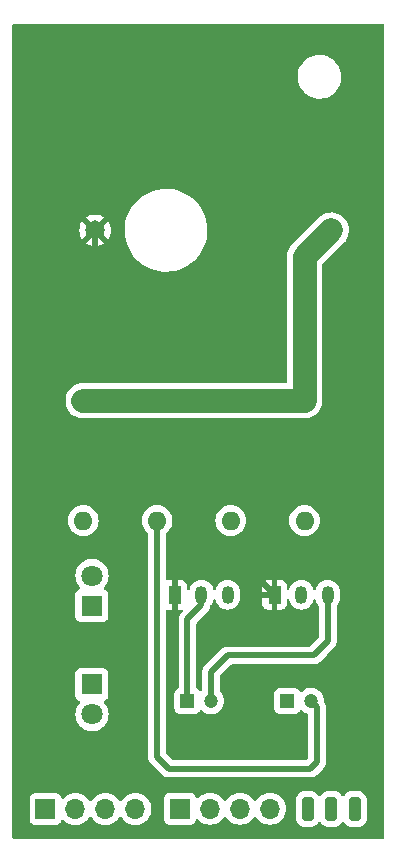
<source format=gbr>
%TF.GenerationSoftware,KiCad,Pcbnew,7.0.7*%
%TF.CreationDate,2024-04-14T11:19:25+09:00*%
%TF.ProjectId,PCB_AstMul,5043425f-4173-4744-9d75-6c2e6b696361,rev?*%
%TF.SameCoordinates,Original*%
%TF.FileFunction,Copper,L1,Top*%
%TF.FilePolarity,Positive*%
%FSLAX46Y46*%
G04 Gerber Fmt 4.6, Leading zero omitted, Abs format (unit mm)*
G04 Created by KiCad (PCBNEW 7.0.7) date 2024-04-14 11:19:25*
%MOMM*%
%LPD*%
G01*
G04 APERTURE LIST*
G04 Aperture macros list*
%AMRoundRect*
0 Rectangle with rounded corners*
0 $1 Rounding radius*
0 $2 $3 $4 $5 $6 $7 $8 $9 X,Y pos of 4 corners*
0 Add a 4 corners polygon primitive as box body*
4,1,4,$2,$3,$4,$5,$6,$7,$8,$9,$2,$3,0*
0 Add four circle primitives for the rounded corners*
1,1,$1+$1,$2,$3*
1,1,$1+$1,$4,$5*
1,1,$1+$1,$6,$7*
1,1,$1+$1,$8,$9*
0 Add four rect primitives between the rounded corners*
20,1,$1+$1,$2,$3,$4,$5,0*
20,1,$1+$1,$4,$5,$6,$7,0*
20,1,$1+$1,$6,$7,$8,$9,0*
20,1,$1+$1,$8,$9,$2,$3,0*%
G04 Aperture macros list end*
%TA.AperFunction,SMDPad,CuDef*%
%ADD10RoundRect,0.250000X0.250000X0.750000X-0.250000X0.750000X-0.250000X-0.750000X0.250000X-0.750000X0*%
%TD*%
%TA.AperFunction,ComponentPad*%
%ADD11R,1.050000X1.500000*%
%TD*%
%TA.AperFunction,ComponentPad*%
%ADD12O,1.050000X1.500000*%
%TD*%
%TA.AperFunction,ComponentPad*%
%ADD13R,1.800000X1.800000*%
%TD*%
%TA.AperFunction,ComponentPad*%
%ADD14C,1.800000*%
%TD*%
%TA.AperFunction,ComponentPad*%
%ADD15C,1.600000*%
%TD*%
%TA.AperFunction,ComponentPad*%
%ADD16O,1.600000X1.600000*%
%TD*%
%TA.AperFunction,ComponentPad*%
%ADD17R,1.200000X1.200000*%
%TD*%
%TA.AperFunction,ComponentPad*%
%ADD18C,1.200000*%
%TD*%
%TA.AperFunction,ComponentPad*%
%ADD19C,1.650000*%
%TD*%
%TA.AperFunction,ComponentPad*%
%ADD20R,1.700000X1.700000*%
%TD*%
%TA.AperFunction,ComponentPad*%
%ADD21O,1.700000X1.700000*%
%TD*%
%TA.AperFunction,ViaPad*%
%ADD22C,0.800000*%
%TD*%
%TA.AperFunction,ViaPad*%
%ADD23C,5.000000*%
%TD*%
%TA.AperFunction,Conductor*%
%ADD24C,2.000000*%
%TD*%
%TA.AperFunction,Conductor*%
%ADD25C,0.500000*%
%TD*%
G04 APERTURE END LIST*
D10*
%TO.P,REF\u002A\u002A,1*%
%TO.N,N/C*%
X76500000Y-86500000D03*
%TD*%
D11*
%TO.P,Q2,1,E*%
%TO.N,GND*%
X71691250Y-68360000D03*
D12*
%TO.P,Q2,2,C*%
%TO.N,Net-(D2-K)*%
X73961250Y-68360000D03*
%TO.P,Q2,3,B*%
%TO.N,Net-(Q2-B)*%
X76191250Y-68360000D03*
%TD*%
D10*
%TO.P,REF\u002A\u002A,1*%
%TO.N,N/C*%
X74500000Y-86500000D03*
%TD*%
D13*
%TO.P,D1,1,K*%
%TO.N,Net-(D1-K)*%
X56231250Y-75955000D03*
D14*
%TO.P,D1,2,A*%
%TO.N,Net-(D1-A)*%
X56231250Y-78495000D03*
%TD*%
D10*
%TO.P,REF\u002A\u002A,1*%
%TO.N,N/C*%
X78500000Y-86500000D03*
%TD*%
D15*
%TO.P,R1,1*%
%TO.N,+3V0*%
X74231250Y-51920000D03*
D16*
%TO.P,R1,2*%
%TO.N,Net-(D1-A)*%
X74231250Y-62080000D03*
%TD*%
D11*
%TO.P,Q1,1,E*%
%TO.N,GND*%
X63231250Y-68360000D03*
D12*
%TO.P,Q1,2,C*%
%TO.N,Net-(D1-K)*%
X65501250Y-68360000D03*
%TO.P,Q1,3,B*%
%TO.N,Net-(Q1-B)*%
X67731250Y-68360000D03*
%TD*%
D15*
%TO.P,R3,1*%
%TO.N,+3V0*%
X61743750Y-51920000D03*
D16*
%TO.P,R3,2*%
%TO.N,Net-(Q1-B)*%
X61743750Y-62080000D03*
%TD*%
D17*
%TO.P,C2,1*%
%TO.N,Net-(D2-K)*%
X72778871Y-77360000D03*
D18*
%TO.P,C2,2*%
%TO.N,Net-(Q1-B)*%
X74778871Y-77360000D03*
%TD*%
D19*
%TO.P,U1,1,1*%
%TO.N,GND*%
X56500000Y-37500000D03*
%TO.P,U1,2,2*%
%TO.N,+3V0*%
X76500000Y-37500000D03*
%TD*%
D13*
%TO.P,D2,1,K*%
%TO.N,Net-(D2-K)*%
X56231250Y-69275000D03*
D14*
%TO.P,D2,2,A*%
%TO.N,Net-(D2-A)*%
X56231250Y-66735000D03*
%TD*%
D17*
%TO.P,C1,1*%
%TO.N,Net-(D1-K)*%
X64318871Y-77360000D03*
D18*
%TO.P,C1,2*%
%TO.N,Net-(Q2-B)*%
X66318871Y-77360000D03*
%TD*%
D15*
%TO.P,R2,1*%
%TO.N,+3V0*%
X67987500Y-51920000D03*
D16*
%TO.P,R2,2*%
%TO.N,Net-(Q2-B)*%
X67987500Y-62080000D03*
%TD*%
D20*
%TO.P,REF\u002A\u002A,1*%
%TO.N,N/C*%
X63700000Y-86475000D03*
D21*
%TO.P,REF\u002A\u002A,2*%
X66240000Y-86475000D03*
%TO.P,REF\u002A\u002A,3*%
X68780000Y-86475000D03*
%TO.P,REF\u002A\u002A,4*%
X71320000Y-86475000D03*
%TD*%
D20*
%TO.P,REF\u002A\u002A,1*%
%TO.N,N/C*%
X52300000Y-86500000D03*
D21*
%TO.P,REF\u002A\u002A,2*%
X54840000Y-86500000D03*
%TO.P,REF\u002A\u002A,3*%
X57380000Y-86500000D03*
%TO.P,REF\u002A\u002A,4*%
X59920000Y-86500000D03*
%TD*%
D15*
%TO.P,R4,1*%
%TO.N,+3V0*%
X55500000Y-51920000D03*
D16*
%TO.P,R4,2*%
%TO.N,Net-(D2-A)*%
X55500000Y-62080000D03*
%TD*%
D22*
%TO.N,GND*%
X64500000Y-60500000D03*
X64500000Y-48500000D03*
D23*
X62500000Y-30000000D03*
%TD*%
D24*
%TO.N,+3V0*%
X74231250Y-39768750D02*
X76500000Y-37500000D01*
X74231250Y-51920000D02*
X74231250Y-39768750D01*
X55500000Y-51920000D02*
X74231250Y-51920000D01*
D25*
%TO.N,GND*%
X64500000Y-65500000D02*
X64500000Y-66268750D01*
X58000000Y-47500000D02*
X63500000Y-47500000D01*
X64500000Y-65500000D02*
X63231250Y-66768750D01*
X64500000Y-66268750D02*
X64731250Y-66500000D01*
X56500000Y-37500000D02*
X56500000Y-46000000D01*
X69831250Y-66500000D02*
X71691250Y-68360000D01*
X64731250Y-66500000D02*
X69831250Y-66500000D01*
X56500000Y-46000000D02*
X58000000Y-47500000D01*
X64500000Y-60500000D02*
X64500000Y-65500000D01*
X63500000Y-47500000D02*
X64500000Y-48500000D01*
X63231250Y-66768750D02*
X63231250Y-68360000D01*
%TO.N,Net-(D1-K)*%
X65501250Y-68360000D02*
X65501250Y-69265000D01*
X64318871Y-70447379D02*
X64318871Y-77360000D01*
X65501250Y-69265000D02*
X64318871Y-70447379D01*
%TO.N,Net-(Q1-B)*%
X61743750Y-62080000D02*
X61743750Y-82000000D01*
X75278871Y-77860000D02*
X74778871Y-77360000D01*
X62731250Y-83080000D02*
X74731250Y-83080000D01*
X61743750Y-82092500D02*
X62731250Y-83080000D01*
X75278871Y-82532379D02*
X75278871Y-77860000D01*
X74731250Y-83080000D02*
X75278871Y-82532379D01*
%TO.N,Net-(Q2-B)*%
X75000000Y-73500000D02*
X76191250Y-72308750D01*
X76191250Y-72308750D02*
X76191250Y-68360000D01*
X66318871Y-77360000D02*
X66318871Y-74912379D01*
X66318871Y-74912379D02*
X67731250Y-73500000D01*
X67731250Y-73500000D02*
X75000000Y-73500000D01*
%TD*%
%TA.AperFunction,Conductor*%
%TO.N,GND*%
G36*
X80942539Y-20020185D02*
G01*
X80988294Y-20072989D01*
X80999500Y-20124500D01*
X80999500Y-88875500D01*
X80979815Y-88942539D01*
X80927011Y-88988294D01*
X80875500Y-88999500D01*
X49624500Y-88999500D01*
X49557461Y-88979815D01*
X49511706Y-88927011D01*
X49500500Y-88875500D01*
X49500500Y-87397870D01*
X50949500Y-87397870D01*
X50949501Y-87397876D01*
X50955908Y-87457483D01*
X51006202Y-87592328D01*
X51006206Y-87592335D01*
X51092452Y-87707544D01*
X51092455Y-87707547D01*
X51207664Y-87793793D01*
X51207671Y-87793797D01*
X51342517Y-87844091D01*
X51342516Y-87844091D01*
X51349444Y-87844835D01*
X51402127Y-87850500D01*
X53197872Y-87850499D01*
X53257483Y-87844091D01*
X53392331Y-87793796D01*
X53507546Y-87707546D01*
X53593796Y-87592331D01*
X53642810Y-87460916D01*
X53684681Y-87404984D01*
X53750145Y-87380566D01*
X53818418Y-87395417D01*
X53846673Y-87416569D01*
X53968599Y-87538495D01*
X54063082Y-87604653D01*
X54162165Y-87674032D01*
X54162167Y-87674033D01*
X54162170Y-87674035D01*
X54376337Y-87773903D01*
X54604592Y-87835063D01*
X54781034Y-87850500D01*
X54839999Y-87855659D01*
X54840000Y-87855659D01*
X54840001Y-87855659D01*
X54898966Y-87850500D01*
X55075408Y-87835063D01*
X55303663Y-87773903D01*
X55517830Y-87674035D01*
X55711401Y-87538495D01*
X55878495Y-87371401D01*
X56008424Y-87185842D01*
X56063002Y-87142217D01*
X56132500Y-87135023D01*
X56194855Y-87166546D01*
X56211575Y-87185842D01*
X56341500Y-87371395D01*
X56341505Y-87371401D01*
X56508599Y-87538495D01*
X56603082Y-87604653D01*
X56702165Y-87674032D01*
X56702167Y-87674033D01*
X56702170Y-87674035D01*
X56916337Y-87773903D01*
X57144592Y-87835063D01*
X57321034Y-87850500D01*
X57379999Y-87855659D01*
X57380000Y-87855659D01*
X57380001Y-87855659D01*
X57438966Y-87850500D01*
X57615408Y-87835063D01*
X57843663Y-87773903D01*
X58057830Y-87674035D01*
X58251401Y-87538495D01*
X58418495Y-87371401D01*
X58548424Y-87185842D01*
X58603002Y-87142217D01*
X58672500Y-87135023D01*
X58734855Y-87166546D01*
X58751575Y-87185842D01*
X58881500Y-87371395D01*
X58881505Y-87371401D01*
X59048599Y-87538495D01*
X59143082Y-87604653D01*
X59242165Y-87674032D01*
X59242167Y-87674033D01*
X59242170Y-87674035D01*
X59456337Y-87773903D01*
X59684592Y-87835063D01*
X59861034Y-87850500D01*
X59919999Y-87855659D01*
X59920000Y-87855659D01*
X59920001Y-87855659D01*
X59978966Y-87850500D01*
X60155408Y-87835063D01*
X60383663Y-87773903D01*
X60597830Y-87674035D01*
X60791401Y-87538495D01*
X60957026Y-87372870D01*
X62349500Y-87372870D01*
X62349501Y-87372876D01*
X62355908Y-87432483D01*
X62406202Y-87567328D01*
X62406206Y-87567335D01*
X62492452Y-87682544D01*
X62492455Y-87682547D01*
X62607664Y-87768793D01*
X62607671Y-87768797D01*
X62742517Y-87819091D01*
X62742516Y-87819091D01*
X62749444Y-87819835D01*
X62802127Y-87825500D01*
X64597872Y-87825499D01*
X64657483Y-87819091D01*
X64792331Y-87768796D01*
X64907546Y-87682546D01*
X64993796Y-87567331D01*
X65042810Y-87435916D01*
X65084681Y-87379984D01*
X65150145Y-87355566D01*
X65218418Y-87370417D01*
X65246672Y-87391568D01*
X65368599Y-87513495D01*
X65448341Y-87569331D01*
X65562165Y-87649032D01*
X65562167Y-87649033D01*
X65562170Y-87649035D01*
X65776337Y-87748903D01*
X66004592Y-87810063D01*
X66181034Y-87825500D01*
X66239999Y-87830659D01*
X66240000Y-87830659D01*
X66240001Y-87830659D01*
X66298966Y-87825500D01*
X66475408Y-87810063D01*
X66703663Y-87748903D01*
X66917830Y-87649035D01*
X67111401Y-87513495D01*
X67278495Y-87346401D01*
X67408424Y-87160842D01*
X67463002Y-87117217D01*
X67532500Y-87110023D01*
X67594855Y-87141546D01*
X67611575Y-87160842D01*
X67741500Y-87346395D01*
X67741505Y-87346401D01*
X67908599Y-87513495D01*
X67988341Y-87569331D01*
X68102165Y-87649032D01*
X68102167Y-87649033D01*
X68102170Y-87649035D01*
X68316337Y-87748903D01*
X68544592Y-87810063D01*
X68721034Y-87825500D01*
X68779999Y-87830659D01*
X68780000Y-87830659D01*
X68780001Y-87830659D01*
X68838966Y-87825500D01*
X69015408Y-87810063D01*
X69243663Y-87748903D01*
X69457830Y-87649035D01*
X69651401Y-87513495D01*
X69818495Y-87346401D01*
X69948424Y-87160842D01*
X70003002Y-87117217D01*
X70072500Y-87110023D01*
X70134855Y-87141546D01*
X70151575Y-87160842D01*
X70281500Y-87346395D01*
X70281505Y-87346401D01*
X70448599Y-87513495D01*
X70528341Y-87569331D01*
X70642165Y-87649032D01*
X70642167Y-87649033D01*
X70642170Y-87649035D01*
X70856337Y-87748903D01*
X71084592Y-87810063D01*
X71261034Y-87825500D01*
X71319999Y-87830659D01*
X71320000Y-87830659D01*
X71320001Y-87830659D01*
X71378966Y-87825500D01*
X71555408Y-87810063D01*
X71783663Y-87748903D01*
X71997830Y-87649035D01*
X72191401Y-87513495D01*
X72358495Y-87346401D01*
X72390985Y-87300001D01*
X73499500Y-87300001D01*
X73499501Y-87300018D01*
X73510000Y-87402796D01*
X73510001Y-87402799D01*
X73565185Y-87569331D01*
X73565187Y-87569336D01*
X73579373Y-87592335D01*
X73657288Y-87718656D01*
X73781344Y-87842712D01*
X73930666Y-87934814D01*
X74097203Y-87989999D01*
X74199991Y-88000500D01*
X74800008Y-88000499D01*
X74800016Y-88000498D01*
X74800019Y-88000498D01*
X74856302Y-87994748D01*
X74902797Y-87989999D01*
X75069334Y-87934814D01*
X75218656Y-87842712D01*
X75342712Y-87718656D01*
X75394461Y-87634756D01*
X75446409Y-87588032D01*
X75515371Y-87576809D01*
X75579454Y-87604653D01*
X75605538Y-87634756D01*
X75657288Y-87718656D01*
X75781344Y-87842712D01*
X75930666Y-87934814D01*
X76097203Y-87989999D01*
X76199991Y-88000500D01*
X76800008Y-88000499D01*
X76800016Y-88000498D01*
X76800019Y-88000498D01*
X76856302Y-87994748D01*
X76902797Y-87989999D01*
X77069334Y-87934814D01*
X77218656Y-87842712D01*
X77342712Y-87718656D01*
X77394461Y-87634756D01*
X77446409Y-87588032D01*
X77515371Y-87576809D01*
X77579454Y-87604653D01*
X77605538Y-87634756D01*
X77657288Y-87718656D01*
X77781344Y-87842712D01*
X77930666Y-87934814D01*
X78097203Y-87989999D01*
X78199991Y-88000500D01*
X78800008Y-88000499D01*
X78800016Y-88000498D01*
X78800019Y-88000498D01*
X78856302Y-87994748D01*
X78902797Y-87989999D01*
X79069334Y-87934814D01*
X79218656Y-87842712D01*
X79342712Y-87718656D01*
X79434814Y-87569334D01*
X79489999Y-87402797D01*
X79500500Y-87300009D01*
X79500499Y-85699992D01*
X79492012Y-85616914D01*
X79489999Y-85597203D01*
X79489998Y-85597200D01*
X79470739Y-85539081D01*
X79434814Y-85430666D01*
X79342712Y-85281344D01*
X79218656Y-85157288D01*
X79069334Y-85065186D01*
X78902797Y-85010001D01*
X78902795Y-85010000D01*
X78800010Y-84999500D01*
X78199998Y-84999500D01*
X78199980Y-84999501D01*
X78097203Y-85010000D01*
X78097200Y-85010001D01*
X77930668Y-85065185D01*
X77930663Y-85065187D01*
X77781342Y-85157289D01*
X77657289Y-85281342D01*
X77605539Y-85365243D01*
X77553591Y-85411967D01*
X77484628Y-85423190D01*
X77420546Y-85395346D01*
X77394461Y-85365243D01*
X77342712Y-85281344D01*
X77218656Y-85157288D01*
X77069334Y-85065186D01*
X76902797Y-85010001D01*
X76902795Y-85010000D01*
X76800010Y-84999500D01*
X76199998Y-84999500D01*
X76199980Y-84999501D01*
X76097203Y-85010000D01*
X76097200Y-85010001D01*
X75930668Y-85065185D01*
X75930663Y-85065187D01*
X75781342Y-85157289D01*
X75657289Y-85281342D01*
X75605539Y-85365243D01*
X75553591Y-85411967D01*
X75484628Y-85423190D01*
X75420546Y-85395346D01*
X75394461Y-85365243D01*
X75342712Y-85281344D01*
X75218656Y-85157288D01*
X75069334Y-85065186D01*
X74902797Y-85010001D01*
X74902795Y-85010000D01*
X74800010Y-84999500D01*
X74199998Y-84999500D01*
X74199980Y-84999501D01*
X74097203Y-85010000D01*
X74097200Y-85010001D01*
X73930668Y-85065185D01*
X73930663Y-85065187D01*
X73781342Y-85157289D01*
X73657289Y-85281342D01*
X73565187Y-85430663D01*
X73565185Y-85430668D01*
X73537545Y-85514081D01*
X73510001Y-85597203D01*
X73510001Y-85597204D01*
X73510000Y-85597204D01*
X73499500Y-85699983D01*
X73499500Y-87300001D01*
X72390985Y-87300001D01*
X72494035Y-87152830D01*
X72593903Y-86938663D01*
X72655063Y-86710408D01*
X72675659Y-86475000D01*
X72655063Y-86239592D01*
X72593903Y-86011337D01*
X72494035Y-85797171D01*
X72488425Y-85789158D01*
X72358494Y-85603597D01*
X72191402Y-85436506D01*
X72191395Y-85436501D01*
X71997834Y-85300967D01*
X71997830Y-85300965D01*
X71955748Y-85281342D01*
X71783663Y-85201097D01*
X71783659Y-85201096D01*
X71783655Y-85201094D01*
X71555413Y-85139938D01*
X71555403Y-85139936D01*
X71320001Y-85119341D01*
X71319999Y-85119341D01*
X71084596Y-85139936D01*
X71084586Y-85139938D01*
X70856344Y-85201094D01*
X70856335Y-85201098D01*
X70642171Y-85300964D01*
X70642169Y-85300965D01*
X70448597Y-85436505D01*
X70281505Y-85603597D01*
X70151575Y-85789158D01*
X70096998Y-85832783D01*
X70027500Y-85839977D01*
X69965145Y-85808454D01*
X69948425Y-85789158D01*
X69818494Y-85603597D01*
X69651402Y-85436506D01*
X69651395Y-85436501D01*
X69457834Y-85300967D01*
X69457830Y-85300965D01*
X69415748Y-85281342D01*
X69243663Y-85201097D01*
X69243659Y-85201096D01*
X69243655Y-85201094D01*
X69015413Y-85139938D01*
X69015403Y-85139936D01*
X68780001Y-85119341D01*
X68779999Y-85119341D01*
X68544596Y-85139936D01*
X68544586Y-85139938D01*
X68316344Y-85201094D01*
X68316335Y-85201098D01*
X68102171Y-85300964D01*
X68102169Y-85300965D01*
X67908597Y-85436505D01*
X67741505Y-85603597D01*
X67611575Y-85789158D01*
X67556998Y-85832783D01*
X67487500Y-85839977D01*
X67425145Y-85808454D01*
X67408425Y-85789158D01*
X67278494Y-85603597D01*
X67111402Y-85436506D01*
X67111395Y-85436501D01*
X66917834Y-85300967D01*
X66917830Y-85300965D01*
X66875748Y-85281342D01*
X66703663Y-85201097D01*
X66703659Y-85201096D01*
X66703655Y-85201094D01*
X66475413Y-85139938D01*
X66475403Y-85139936D01*
X66240001Y-85119341D01*
X66239999Y-85119341D01*
X66004596Y-85139936D01*
X66004586Y-85139938D01*
X65776344Y-85201094D01*
X65776335Y-85201098D01*
X65562171Y-85300964D01*
X65562169Y-85300965D01*
X65368600Y-85436503D01*
X65246673Y-85558430D01*
X65185350Y-85591914D01*
X65115658Y-85586930D01*
X65059725Y-85545058D01*
X65042810Y-85514081D01*
X64993797Y-85382671D01*
X64993793Y-85382664D01*
X64907547Y-85267455D01*
X64907544Y-85267452D01*
X64792335Y-85181206D01*
X64792328Y-85181202D01*
X64657482Y-85130908D01*
X64657483Y-85130908D01*
X64597883Y-85124501D01*
X64597881Y-85124500D01*
X64597873Y-85124500D01*
X64597864Y-85124500D01*
X62802129Y-85124500D01*
X62802123Y-85124501D01*
X62742516Y-85130908D01*
X62607671Y-85181202D01*
X62607664Y-85181206D01*
X62492455Y-85267452D01*
X62492452Y-85267455D01*
X62406206Y-85382664D01*
X62406202Y-85382671D01*
X62355908Y-85517517D01*
X62349501Y-85577116D01*
X62349500Y-85577135D01*
X62349500Y-87372870D01*
X60957026Y-87372870D01*
X60958495Y-87371401D01*
X61094035Y-87177830D01*
X61193903Y-86963663D01*
X61255063Y-86735408D01*
X61275659Y-86500000D01*
X61255063Y-86264592D01*
X61193903Y-86036337D01*
X61094035Y-85822171D01*
X61088425Y-85814158D01*
X60958494Y-85628597D01*
X60791402Y-85461506D01*
X60791395Y-85461501D01*
X60597834Y-85325967D01*
X60597830Y-85325965D01*
X60597828Y-85325964D01*
X60383663Y-85226097D01*
X60383659Y-85226096D01*
X60383655Y-85226094D01*
X60155413Y-85164938D01*
X60155403Y-85164936D01*
X59920001Y-85144341D01*
X59919999Y-85144341D01*
X59684596Y-85164936D01*
X59684586Y-85164938D01*
X59456344Y-85226094D01*
X59456335Y-85226098D01*
X59242171Y-85325964D01*
X59242169Y-85325965D01*
X59048597Y-85461505D01*
X58881508Y-85628594D01*
X58751574Y-85814160D01*
X58696997Y-85857784D01*
X58627498Y-85864977D01*
X58565144Y-85833455D01*
X58548429Y-85814164D01*
X58418495Y-85628599D01*
X58418493Y-85628596D01*
X58251402Y-85461506D01*
X58251395Y-85461501D01*
X58057834Y-85325967D01*
X58057830Y-85325965D01*
X58057828Y-85325964D01*
X57843663Y-85226097D01*
X57843659Y-85226096D01*
X57843655Y-85226094D01*
X57615413Y-85164938D01*
X57615403Y-85164936D01*
X57380001Y-85144341D01*
X57379999Y-85144341D01*
X57144596Y-85164936D01*
X57144586Y-85164938D01*
X56916344Y-85226094D01*
X56916335Y-85226098D01*
X56702171Y-85325964D01*
X56702169Y-85325965D01*
X56508597Y-85461505D01*
X56341505Y-85628597D01*
X56211575Y-85814158D01*
X56156998Y-85857783D01*
X56087500Y-85864977D01*
X56025145Y-85833454D01*
X56008425Y-85814158D01*
X55878494Y-85628597D01*
X55711402Y-85461506D01*
X55711395Y-85461501D01*
X55517834Y-85325967D01*
X55517830Y-85325965D01*
X55517828Y-85325964D01*
X55303663Y-85226097D01*
X55303659Y-85226096D01*
X55303655Y-85226094D01*
X55075413Y-85164938D01*
X55075403Y-85164936D01*
X54840001Y-85144341D01*
X54839999Y-85144341D01*
X54604596Y-85164936D01*
X54604586Y-85164938D01*
X54376344Y-85226094D01*
X54376335Y-85226098D01*
X54162171Y-85325964D01*
X54162169Y-85325965D01*
X53968600Y-85461503D01*
X53846673Y-85583430D01*
X53785350Y-85616914D01*
X53715658Y-85611930D01*
X53659725Y-85570058D01*
X53642810Y-85539081D01*
X53593797Y-85407671D01*
X53593793Y-85407664D01*
X53507547Y-85292455D01*
X53507544Y-85292452D01*
X53392335Y-85206206D01*
X53392328Y-85206202D01*
X53257482Y-85155908D01*
X53257483Y-85155908D01*
X53197883Y-85149501D01*
X53197881Y-85149500D01*
X53197873Y-85149500D01*
X53197864Y-85149500D01*
X51402129Y-85149500D01*
X51402123Y-85149501D01*
X51342516Y-85155908D01*
X51207671Y-85206202D01*
X51207664Y-85206206D01*
X51092455Y-85292452D01*
X51092452Y-85292455D01*
X51006206Y-85407664D01*
X51006202Y-85407671D01*
X50955908Y-85542517D01*
X50949501Y-85602116D01*
X50949500Y-85602135D01*
X50949500Y-87397870D01*
X49500500Y-87397870D01*
X49500500Y-78495006D01*
X54825950Y-78495006D01*
X54845114Y-78726297D01*
X54845116Y-78726308D01*
X54902092Y-78951300D01*
X54995325Y-79163848D01*
X55122266Y-79358147D01*
X55122269Y-79358151D01*
X55122271Y-79358153D01*
X55279466Y-79528913D01*
X55279469Y-79528915D01*
X55279472Y-79528918D01*
X55462615Y-79671464D01*
X55462621Y-79671468D01*
X55462624Y-79671470D01*
X55666747Y-79781936D01*
X55780737Y-79821068D01*
X55886265Y-79857297D01*
X55886267Y-79857297D01*
X55886269Y-79857298D01*
X56115201Y-79895500D01*
X56115202Y-79895500D01*
X56347298Y-79895500D01*
X56347299Y-79895500D01*
X56576231Y-79857298D01*
X56795753Y-79781936D01*
X56999876Y-79671470D01*
X57183034Y-79528913D01*
X57340229Y-79358153D01*
X57467174Y-79163849D01*
X57560407Y-78951300D01*
X57617384Y-78726305D01*
X57636550Y-78495000D01*
X57636550Y-78494993D01*
X57617385Y-78263702D01*
X57617383Y-78263691D01*
X57560407Y-78038699D01*
X57467174Y-77826151D01*
X57340233Y-77631852D01*
X57340230Y-77631849D01*
X57340229Y-77631847D01*
X57245445Y-77528884D01*
X57214525Y-77466232D01*
X57222385Y-77396806D01*
X57266533Y-77342651D01*
X57293345Y-77328722D01*
X57373576Y-77298798D01*
X57373576Y-77298797D01*
X57373581Y-77298796D01*
X57488796Y-77212546D01*
X57575046Y-77097331D01*
X57625341Y-76962483D01*
X57631750Y-76902873D01*
X57631749Y-75007128D01*
X57625341Y-74947517D01*
X57587671Y-74846519D01*
X57575047Y-74812671D01*
X57575043Y-74812664D01*
X57488797Y-74697455D01*
X57488794Y-74697452D01*
X57373585Y-74611206D01*
X57373578Y-74611202D01*
X57238732Y-74560908D01*
X57238733Y-74560908D01*
X57179133Y-74554501D01*
X57179131Y-74554500D01*
X57179123Y-74554500D01*
X57179114Y-74554500D01*
X55283379Y-74554500D01*
X55283373Y-74554501D01*
X55223766Y-74560908D01*
X55088921Y-74611202D01*
X55088914Y-74611206D01*
X54973705Y-74697452D01*
X54973702Y-74697455D01*
X54887456Y-74812664D01*
X54887452Y-74812671D01*
X54837158Y-74947517D01*
X54830751Y-75007116D01*
X54830751Y-75007123D01*
X54830750Y-75007135D01*
X54830750Y-76902870D01*
X54830751Y-76902876D01*
X54837158Y-76962483D01*
X54887452Y-77097328D01*
X54887456Y-77097335D01*
X54973702Y-77212544D01*
X54973705Y-77212547D01*
X55088914Y-77298793D01*
X55088923Y-77298798D01*
X55169154Y-77328722D01*
X55225088Y-77370593D01*
X55249506Y-77436057D01*
X55234655Y-77504330D01*
X55217052Y-77528886D01*
X55122269Y-77631849D01*
X54995325Y-77826151D01*
X54902092Y-78038699D01*
X54845116Y-78263691D01*
X54845114Y-78263702D01*
X54825950Y-78494993D01*
X54825950Y-78495006D01*
X49500500Y-78495006D01*
X49500500Y-66735006D01*
X54825950Y-66735006D01*
X54845114Y-66966297D01*
X54845116Y-66966308D01*
X54902092Y-67191300D01*
X54995325Y-67403848D01*
X55122266Y-67598147D01*
X55122269Y-67598151D01*
X55122271Y-67598153D01*
X55217053Y-67701114D01*
X55247974Y-67763767D01*
X55240114Y-67833193D01*
X55195966Y-67887348D01*
X55169156Y-67901277D01*
X55088919Y-67931203D01*
X55088914Y-67931206D01*
X54973705Y-68017452D01*
X54973702Y-68017455D01*
X54887456Y-68132664D01*
X54887452Y-68132671D01*
X54837158Y-68267517D01*
X54830751Y-68327116D01*
X54830751Y-68327123D01*
X54830750Y-68327135D01*
X54830750Y-70222870D01*
X54830751Y-70222876D01*
X54837158Y-70282483D01*
X54887452Y-70417328D01*
X54887456Y-70417335D01*
X54973702Y-70532544D01*
X54973705Y-70532547D01*
X55088914Y-70618793D01*
X55088921Y-70618797D01*
X55223767Y-70669091D01*
X55223766Y-70669091D01*
X55230694Y-70669835D01*
X55283377Y-70675500D01*
X57179122Y-70675499D01*
X57238733Y-70669091D01*
X57373581Y-70618796D01*
X57488796Y-70532546D01*
X57575046Y-70417331D01*
X57625341Y-70282483D01*
X57631750Y-70222873D01*
X57631749Y-68327128D01*
X57625341Y-68267517D01*
X57602874Y-68207281D01*
X57575047Y-68132671D01*
X57575043Y-68132664D01*
X57488797Y-68017455D01*
X57488794Y-68017452D01*
X57373585Y-67931206D01*
X57373578Y-67931202D01*
X57293344Y-67901277D01*
X57237410Y-67859406D01*
X57212993Y-67793941D01*
X57227845Y-67725668D01*
X57245440Y-67701121D01*
X57340229Y-67598153D01*
X57467174Y-67403849D01*
X57560407Y-67191300D01*
X57617384Y-66966305D01*
X57636550Y-66735000D01*
X57636550Y-66734993D01*
X57617385Y-66503702D01*
X57617383Y-66503691D01*
X57560407Y-66278699D01*
X57467174Y-66066151D01*
X57340233Y-65871852D01*
X57340230Y-65871849D01*
X57340229Y-65871847D01*
X57183034Y-65701087D01*
X57183029Y-65701083D01*
X57183027Y-65701081D01*
X56999884Y-65558535D01*
X56999878Y-65558531D01*
X56795754Y-65448064D01*
X56795745Y-65448061D01*
X56576234Y-65372702D01*
X56404531Y-65344050D01*
X56347299Y-65334500D01*
X56115201Y-65334500D01*
X56069414Y-65342140D01*
X55886265Y-65372702D01*
X55666754Y-65448061D01*
X55666745Y-65448064D01*
X55462621Y-65558531D01*
X55462615Y-65558535D01*
X55279472Y-65701081D01*
X55279469Y-65701084D01*
X55122266Y-65871852D01*
X54995325Y-66066151D01*
X54902092Y-66278699D01*
X54845116Y-66503691D01*
X54845114Y-66503702D01*
X54825950Y-66734993D01*
X54825950Y-66735006D01*
X49500500Y-66735006D01*
X49500500Y-62080001D01*
X54194532Y-62080001D01*
X54214364Y-62306686D01*
X54214366Y-62306697D01*
X54273258Y-62526488D01*
X54273261Y-62526497D01*
X54369431Y-62732732D01*
X54369432Y-62732734D01*
X54499954Y-62919141D01*
X54660858Y-63080045D01*
X54660861Y-63080047D01*
X54847266Y-63210568D01*
X55053504Y-63306739D01*
X55273308Y-63365635D01*
X55435230Y-63379801D01*
X55499998Y-63385468D01*
X55500000Y-63385468D01*
X55500002Y-63385468D01*
X55556673Y-63380509D01*
X55726692Y-63365635D01*
X55946496Y-63306739D01*
X56152734Y-63210568D01*
X56339139Y-63080047D01*
X56500047Y-62919139D01*
X56630568Y-62732734D01*
X56726739Y-62526496D01*
X56785635Y-62306692D01*
X56805468Y-62080001D01*
X60438282Y-62080001D01*
X60458114Y-62306686D01*
X60458116Y-62306697D01*
X60517008Y-62526488D01*
X60517011Y-62526497D01*
X60613181Y-62732732D01*
X60613182Y-62732734D01*
X60743704Y-62919141D01*
X60904609Y-63080046D01*
X60940371Y-63105086D01*
X60983997Y-63159662D01*
X60993250Y-63206662D01*
X60993250Y-82028794D01*
X60991941Y-82046763D01*
X60988460Y-82070526D01*
X61003750Y-82245295D01*
X61058935Y-82411831D01*
X61058937Y-82411836D01*
X61151039Y-82561157D01*
X62155520Y-83565638D01*
X62167301Y-83579270D01*
X62181638Y-83598528D01*
X62221659Y-83632111D01*
X62225647Y-83635766D01*
X62231466Y-83641585D01*
X62231470Y-83641588D01*
X62231473Y-83641591D01*
X62257209Y-83661940D01*
X62316036Y-83711302D01*
X62316037Y-83711302D01*
X62316039Y-83711304D01*
X62322068Y-83715270D01*
X62322035Y-83715319D01*
X62328397Y-83719372D01*
X62328429Y-83719321D01*
X62334569Y-83723108D01*
X62334573Y-83723111D01*
X62369382Y-83739343D01*
X62404191Y-83755575D01*
X62422586Y-83764813D01*
X62472817Y-83790040D01*
X62472819Y-83790040D01*
X62479607Y-83792511D01*
X62479586Y-83792567D01*
X62486707Y-83795043D01*
X62486726Y-83794986D01*
X62493572Y-83797254D01*
X62493577Y-83797257D01*
X62493582Y-83797258D01*
X62493585Y-83797259D01*
X62568815Y-83812792D01*
X62643529Y-83830500D01*
X62643532Y-83830500D01*
X62643536Y-83830501D01*
X62650703Y-83831339D01*
X62650696Y-83831398D01*
X62658194Y-83832164D01*
X62658200Y-83832105D01*
X62665389Y-83832734D01*
X62665393Y-83832733D01*
X62665394Y-83832734D01*
X62742167Y-83830500D01*
X74667545Y-83830500D01*
X74685515Y-83831809D01*
X74709273Y-83835289D01*
X74761318Y-83830735D01*
X74766720Y-83830500D01*
X74774954Y-83830500D01*
X74774959Y-83830500D01*
X74786577Y-83829141D01*
X74807526Y-83826693D01*
X74820278Y-83825577D01*
X74884047Y-83819999D01*
X74884055Y-83819996D01*
X74891116Y-83818539D01*
X74891128Y-83818598D01*
X74898493Y-83816965D01*
X74898479Y-83816906D01*
X74905496Y-83815241D01*
X74905505Y-83815241D01*
X74977673Y-83788974D01*
X75050584Y-83764814D01*
X75050593Y-83764807D01*
X75057132Y-83761760D01*
X75057158Y-83761816D01*
X75063940Y-83758532D01*
X75063913Y-83758478D01*
X75070356Y-83755240D01*
X75070367Y-83755237D01*
X75134533Y-83713034D01*
X75199906Y-83672712D01*
X75199912Y-83672705D01*
X75205575Y-83668229D01*
X75205613Y-83668277D01*
X75211450Y-83663522D01*
X75211411Y-83663475D01*
X75216946Y-83658830D01*
X75269635Y-83602983D01*
X75517070Y-83355546D01*
X75764513Y-83108103D01*
X75778142Y-83096326D01*
X75797401Y-83081989D01*
X75830972Y-83041980D01*
X75834632Y-83037985D01*
X75840461Y-83032157D01*
X75860812Y-83006418D01*
X75866819Y-82999258D01*
X75910173Y-82947593D01*
X75910177Y-82947584D01*
X75914145Y-82941554D01*
X75914196Y-82941587D01*
X75918243Y-82935235D01*
X75918191Y-82935203D01*
X75921983Y-82929054D01*
X75954446Y-82859437D01*
X75988907Y-82790819D01*
X75988911Y-82790812D01*
X75988913Y-82790800D01*
X75991380Y-82784025D01*
X75991438Y-82784046D01*
X75993914Y-82776925D01*
X75993857Y-82776907D01*
X75996128Y-82770052D01*
X76011663Y-82694813D01*
X76029369Y-82620107D01*
X76029371Y-82620100D01*
X76029371Y-82620089D01*
X76030209Y-82612927D01*
X76030269Y-82612934D01*
X76031035Y-82605434D01*
X76030976Y-82605429D01*
X76031605Y-82598239D01*
X76029371Y-82521462D01*
X76029371Y-77923705D01*
X76030680Y-77905735D01*
X76031000Y-77903547D01*
X76034160Y-77881977D01*
X76029606Y-77829931D01*
X76029371Y-77824528D01*
X76029371Y-77816297D01*
X76029371Y-77816291D01*
X76025564Y-77783724D01*
X76018870Y-77707203D01*
X76018870Y-77707201D01*
X76017410Y-77700129D01*
X76017468Y-77700116D01*
X76015836Y-77692757D01*
X76015777Y-77692772D01*
X76014113Y-77685753D01*
X76014112Y-77685745D01*
X75987845Y-77613576D01*
X75963685Y-77540666D01*
X75963680Y-77540659D01*
X75960631Y-77534118D01*
X75960686Y-77534091D01*
X75957404Y-77527313D01*
X75957351Y-77527340D01*
X75954106Y-77520880D01*
X75911899Y-77456708D01*
X75901685Y-77440149D01*
X75883243Y-77372757D01*
X75883751Y-77363612D01*
X75884086Y-77360000D01*
X75865268Y-77156917D01*
X75809453Y-76960750D01*
X75780635Y-76902876D01*
X75765143Y-76871764D01*
X75718544Y-76778179D01*
X75595635Y-76615421D01*
X75595633Y-76615418D01*
X75444912Y-76478019D01*
X75444910Y-76478017D01*
X75271513Y-76370655D01*
X75271506Y-76370651D01*
X75176417Y-76333814D01*
X75081327Y-76296976D01*
X74880847Y-76259500D01*
X74676895Y-76259500D01*
X74476415Y-76296976D01*
X74476412Y-76296976D01*
X74476412Y-76296977D01*
X74286235Y-76370651D01*
X74286228Y-76370655D01*
X74112833Y-76478016D01*
X74020855Y-76561865D01*
X73958050Y-76592481D01*
X73888663Y-76584283D01*
X73834724Y-76539873D01*
X73827198Y-76525301D01*
X73826918Y-76525454D01*
X73822664Y-76517664D01*
X73736418Y-76402455D01*
X73736415Y-76402452D01*
X73621206Y-76316206D01*
X73621199Y-76316202D01*
X73486353Y-76265908D01*
X73486354Y-76265908D01*
X73426754Y-76259501D01*
X73426752Y-76259500D01*
X73426744Y-76259500D01*
X73426735Y-76259500D01*
X72131000Y-76259500D01*
X72130994Y-76259501D01*
X72071387Y-76265908D01*
X71936542Y-76316202D01*
X71936535Y-76316206D01*
X71821326Y-76402452D01*
X71821323Y-76402455D01*
X71735077Y-76517664D01*
X71735073Y-76517671D01*
X71684779Y-76652517D01*
X71678372Y-76712116D01*
X71678371Y-76712135D01*
X71678371Y-78007870D01*
X71678372Y-78007876D01*
X71684779Y-78067483D01*
X71735073Y-78202328D01*
X71735077Y-78202335D01*
X71821323Y-78317544D01*
X71821326Y-78317547D01*
X71936535Y-78403793D01*
X71936542Y-78403797D01*
X72071388Y-78454091D01*
X72071387Y-78454091D01*
X72078315Y-78454835D01*
X72130998Y-78460500D01*
X73426743Y-78460499D01*
X73486354Y-78454091D01*
X73621202Y-78403796D01*
X73736417Y-78317546D01*
X73822667Y-78202331D01*
X73822668Y-78202326D01*
X73826918Y-78194546D01*
X73829133Y-78195755D01*
X73863001Y-78150509D01*
X73928464Y-78126088D01*
X73996738Y-78140937D01*
X74020855Y-78158135D01*
X74112829Y-78241980D01*
X74112831Y-78241982D01*
X74212012Y-78303392D01*
X74286234Y-78349348D01*
X74449165Y-78412467D01*
X74504566Y-78455040D01*
X74528157Y-78520807D01*
X74528371Y-78528094D01*
X74528371Y-82170147D01*
X74508686Y-82237186D01*
X74492053Y-82257827D01*
X74456701Y-82293180D01*
X74395379Y-82326666D01*
X74369019Y-82329500D01*
X63093479Y-82329500D01*
X63026440Y-82309815D01*
X63005798Y-82293181D01*
X62530569Y-81817951D01*
X62497084Y-81756628D01*
X62494250Y-81730270D01*
X62494250Y-69730395D01*
X62513935Y-69663356D01*
X62566739Y-69617601D01*
X62631510Y-69607106D01*
X62658415Y-69609999D01*
X62658422Y-69610000D01*
X62981250Y-69610000D01*
X62981250Y-68844330D01*
X63000935Y-68777291D01*
X63053739Y-68731536D01*
X63122897Y-68721592D01*
X63145512Y-68727048D01*
X63168674Y-68735000D01*
X63262322Y-68735000D01*
X63262323Y-68735000D01*
X63336842Y-68722565D01*
X63406205Y-68730947D01*
X63460027Y-68775500D01*
X63481218Y-68842078D01*
X63481250Y-68844874D01*
X63481250Y-69610000D01*
X63795519Y-69610000D01*
X63862558Y-69629685D01*
X63908313Y-69682489D01*
X63918257Y-69751647D01*
X63889232Y-69815203D01*
X63883199Y-69821682D01*
X63833228Y-69871652D01*
X63819600Y-69883430D01*
X63800339Y-69897769D01*
X63766769Y-69937776D01*
X63763124Y-69941755D01*
X63757280Y-69947601D01*
X63736930Y-69973338D01*
X63687566Y-70032168D01*
X63683600Y-70038198D01*
X63683553Y-70038167D01*
X63679501Y-70044526D01*
X63679550Y-70044556D01*
X63675760Y-70050700D01*
X63643295Y-70120320D01*
X63608831Y-70188945D01*
X63606359Y-70195736D01*
X63606303Y-70195715D01*
X63603831Y-70202829D01*
X63603886Y-70202848D01*
X63601613Y-70209706D01*
X63593845Y-70247325D01*
X63586078Y-70284944D01*
X63572872Y-70340663D01*
X63568369Y-70359665D01*
X63567532Y-70366833D01*
X63567472Y-70366826D01*
X63566706Y-70374324D01*
X63566766Y-70374330D01*
X63566136Y-70381519D01*
X63568371Y-70458295D01*
X63568370Y-76195858D01*
X63548685Y-76262897D01*
X63495881Y-76308652D01*
X63487709Y-76312038D01*
X63476536Y-76316205D01*
X63361326Y-76402452D01*
X63361323Y-76402455D01*
X63275077Y-76517664D01*
X63275073Y-76517671D01*
X63224779Y-76652517D01*
X63218372Y-76712116D01*
X63218371Y-76712135D01*
X63218371Y-78007870D01*
X63218372Y-78007876D01*
X63224779Y-78067483D01*
X63275073Y-78202328D01*
X63275077Y-78202335D01*
X63361323Y-78317544D01*
X63361326Y-78317547D01*
X63476535Y-78403793D01*
X63476542Y-78403797D01*
X63611388Y-78454091D01*
X63611387Y-78454091D01*
X63618315Y-78454835D01*
X63670998Y-78460500D01*
X64966743Y-78460499D01*
X65026354Y-78454091D01*
X65161202Y-78403796D01*
X65276417Y-78317546D01*
X65362667Y-78202331D01*
X65362668Y-78202326D01*
X65366918Y-78194546D01*
X65369133Y-78195755D01*
X65403001Y-78150509D01*
X65468464Y-78126088D01*
X65536738Y-78140937D01*
X65560855Y-78158135D01*
X65652829Y-78241980D01*
X65652831Y-78241982D01*
X65752012Y-78303392D01*
X65826234Y-78349348D01*
X66016415Y-78423024D01*
X66216895Y-78460500D01*
X66216897Y-78460500D01*
X66420845Y-78460500D01*
X66420847Y-78460500D01*
X66621327Y-78423024D01*
X66811508Y-78349348D01*
X66984912Y-78241981D01*
X67135635Y-78104579D01*
X67258544Y-77941821D01*
X67349453Y-77759250D01*
X67405268Y-77563083D01*
X67424086Y-77360000D01*
X67418414Y-77298793D01*
X67405268Y-77156917D01*
X67349946Y-76962483D01*
X67349453Y-76960750D01*
X67320635Y-76902876D01*
X67305143Y-76871764D01*
X67258544Y-76778179D01*
X67135635Y-76615421D01*
X67135632Y-76615418D01*
X67109831Y-76591897D01*
X67073551Y-76532185D01*
X67069371Y-76500261D01*
X67069371Y-75274608D01*
X67089056Y-75207569D01*
X67105690Y-75186927D01*
X68005798Y-74286819D01*
X68067121Y-74253334D01*
X68093479Y-74250500D01*
X74936295Y-74250500D01*
X74954265Y-74251809D01*
X74978023Y-74255289D01*
X75030068Y-74250735D01*
X75035470Y-74250500D01*
X75043704Y-74250500D01*
X75043709Y-74250500D01*
X75055327Y-74249141D01*
X75076276Y-74246693D01*
X75089028Y-74245577D01*
X75152797Y-74239999D01*
X75152805Y-74239996D01*
X75159866Y-74238539D01*
X75159878Y-74238598D01*
X75167243Y-74236965D01*
X75167229Y-74236906D01*
X75174246Y-74235241D01*
X75174255Y-74235241D01*
X75246423Y-74208974D01*
X75319334Y-74184814D01*
X75319343Y-74184807D01*
X75325882Y-74181760D01*
X75325908Y-74181816D01*
X75332690Y-74178532D01*
X75332663Y-74178478D01*
X75339106Y-74175240D01*
X75339117Y-74175237D01*
X75403283Y-74133034D01*
X75468656Y-74092712D01*
X75468662Y-74092705D01*
X75474325Y-74088229D01*
X75474363Y-74088277D01*
X75480200Y-74083522D01*
X75480161Y-74083475D01*
X75485696Y-74078830D01*
X75538385Y-74022983D01*
X76107634Y-73453732D01*
X76676892Y-72884474D01*
X76690521Y-72872697D01*
X76709780Y-72858360D01*
X76740733Y-72821471D01*
X76743351Y-72818351D01*
X76747011Y-72814356D01*
X76752840Y-72808528D01*
X76773191Y-72782789D01*
X76788320Y-72764759D01*
X76822552Y-72723964D01*
X76822556Y-72723955D01*
X76826524Y-72717925D01*
X76826575Y-72717958D01*
X76830622Y-72711606D01*
X76830570Y-72711574D01*
X76834362Y-72705425D01*
X76866825Y-72635808D01*
X76901286Y-72567190D01*
X76901290Y-72567183D01*
X76901292Y-72567171D01*
X76903759Y-72560396D01*
X76903817Y-72560417D01*
X76906293Y-72553296D01*
X76906236Y-72553278D01*
X76908507Y-72546423D01*
X76924042Y-72471184D01*
X76941748Y-72396478D01*
X76941750Y-72396471D01*
X76941750Y-72396460D01*
X76942588Y-72389298D01*
X76942648Y-72389305D01*
X76943414Y-72381805D01*
X76943355Y-72381800D01*
X76943984Y-72374610D01*
X76941750Y-72297832D01*
X76941750Y-69331386D01*
X76961435Y-69264347D01*
X76969897Y-69252721D01*
X77046592Y-69159268D01*
X77048048Y-69157494D01*
X77143273Y-68979341D01*
X77201912Y-68786033D01*
X77216750Y-68635380D01*
X77216750Y-68084620D01*
X77201912Y-67933967D01*
X77143273Y-67740659D01*
X77143271Y-67740656D01*
X77143271Y-67740654D01*
X77048051Y-67562511D01*
X77048049Y-67562509D01*
X77048048Y-67562506D01*
X76998901Y-67502620D01*
X76919897Y-67406352D01*
X76763745Y-67278203D01*
X76763738Y-67278198D01*
X76585595Y-67182978D01*
X76392281Y-67124337D01*
X76213212Y-67106701D01*
X76191250Y-67104538D01*
X76191249Y-67104538D01*
X75990218Y-67124337D01*
X75796904Y-67182978D01*
X75618761Y-67278198D01*
X75618754Y-67278203D01*
X75462602Y-67406352D01*
X75334453Y-67562504D01*
X75334448Y-67562511D01*
X75239228Y-67740654D01*
X75232217Y-67763767D01*
X75198273Y-67875669D01*
X75194911Y-67886751D01*
X75156613Y-67945190D01*
X75092801Y-67973646D01*
X75023734Y-67963086D01*
X74971340Y-67916862D01*
X74957589Y-67886752D01*
X74913273Y-67740659D01*
X74913271Y-67740656D01*
X74913271Y-67740654D01*
X74818051Y-67562511D01*
X74818049Y-67562509D01*
X74818048Y-67562506D01*
X74768901Y-67502620D01*
X74689897Y-67406352D01*
X74533745Y-67278203D01*
X74533738Y-67278198D01*
X74355595Y-67182978D01*
X74162281Y-67124337D01*
X73961250Y-67104538D01*
X73760218Y-67124337D01*
X73566904Y-67182978D01*
X73388761Y-67278198D01*
X73388754Y-67278203D01*
X73232602Y-67406352D01*
X73104453Y-67562504D01*
X73104448Y-67562511D01*
X73009228Y-67740654D01*
X72958911Y-67906530D01*
X72920613Y-67964969D01*
X72856801Y-67993425D01*
X72787734Y-67982865D01*
X72735340Y-67936641D01*
X72716250Y-67870535D01*
X72716250Y-67562172D01*
X72716249Y-67562155D01*
X72709848Y-67502627D01*
X72709846Y-67502620D01*
X72659604Y-67367913D01*
X72659600Y-67367906D01*
X72573440Y-67252812D01*
X72573437Y-67252809D01*
X72458343Y-67166649D01*
X72458336Y-67166645D01*
X72323629Y-67116403D01*
X72323622Y-67116401D01*
X72264094Y-67110000D01*
X71941250Y-67110000D01*
X71941250Y-67875669D01*
X71921565Y-67942708D01*
X71868761Y-67988463D01*
X71799603Y-67998407D01*
X71776990Y-67992951D01*
X71753828Y-67985000D01*
X71753826Y-67985000D01*
X71660177Y-67985000D01*
X71660176Y-67985000D01*
X71585658Y-67997434D01*
X71516293Y-67989052D01*
X71462472Y-67944498D01*
X71441281Y-67877919D01*
X71441250Y-67875125D01*
X71441250Y-67110000D01*
X71118405Y-67110000D01*
X71058877Y-67116401D01*
X71058870Y-67116403D01*
X70924163Y-67166645D01*
X70924156Y-67166649D01*
X70809062Y-67252809D01*
X70809059Y-67252812D01*
X70722899Y-67367906D01*
X70722895Y-67367913D01*
X70672653Y-67502620D01*
X70672651Y-67502627D01*
X70666250Y-67562155D01*
X70666250Y-68110000D01*
X71203058Y-68110000D01*
X71270097Y-68129685D01*
X71315852Y-68182489D01*
X71325796Y-68251647D01*
X71323263Y-68264441D01*
X71322698Y-68266670D01*
X71312363Y-68391392D01*
X71328613Y-68455560D01*
X71325988Y-68525381D01*
X71286031Y-68582698D01*
X71221430Y-68609314D01*
X71208407Y-68610000D01*
X70666250Y-68610000D01*
X70666250Y-69157844D01*
X70672651Y-69217372D01*
X70672653Y-69217379D01*
X70722895Y-69352086D01*
X70722899Y-69352093D01*
X70809059Y-69467187D01*
X70809062Y-69467190D01*
X70924156Y-69553350D01*
X70924163Y-69553354D01*
X71058870Y-69603596D01*
X71058877Y-69603598D01*
X71118405Y-69609999D01*
X71118422Y-69610000D01*
X71441250Y-69610000D01*
X71441250Y-68844330D01*
X71460935Y-68777291D01*
X71513739Y-68731536D01*
X71582897Y-68721592D01*
X71605512Y-68727048D01*
X71628674Y-68735000D01*
X71722322Y-68735000D01*
X71722323Y-68735000D01*
X71796842Y-68722565D01*
X71866205Y-68730947D01*
X71920027Y-68775500D01*
X71941218Y-68842078D01*
X71941250Y-68844874D01*
X71941250Y-69610000D01*
X72264078Y-69610000D01*
X72264094Y-69609999D01*
X72323622Y-69603598D01*
X72323629Y-69603596D01*
X72458336Y-69553354D01*
X72458343Y-69553350D01*
X72573437Y-69467190D01*
X72573440Y-69467187D01*
X72659600Y-69352093D01*
X72659604Y-69352086D01*
X72709846Y-69217379D01*
X72709848Y-69217372D01*
X72716249Y-69157844D01*
X72716250Y-69157827D01*
X72716250Y-68849464D01*
X72735935Y-68782425D01*
X72788739Y-68736670D01*
X72857897Y-68726726D01*
X72921453Y-68755751D01*
X72958910Y-68813467D01*
X72992507Y-68924224D01*
X73009228Y-68979345D01*
X73104448Y-69157488D01*
X73104451Y-69157492D01*
X73104452Y-69157494D01*
X73105908Y-69159268D01*
X73232602Y-69313647D01*
X73341266Y-69402824D01*
X73388756Y-69441798D01*
X73388759Y-69441799D01*
X73388761Y-69441801D01*
X73566904Y-69537021D01*
X73566906Y-69537021D01*
X73566909Y-69537023D01*
X73760217Y-69595662D01*
X73961250Y-69615462D01*
X74162283Y-69595662D01*
X74355591Y-69537023D01*
X74533744Y-69441798D01*
X74689897Y-69313647D01*
X74818048Y-69157494D01*
X74913273Y-68979341D01*
X74957590Y-68833246D01*
X74995887Y-68774809D01*
X75059699Y-68746353D01*
X75128766Y-68756913D01*
X75181159Y-68803137D01*
X75194909Y-68833244D01*
X75227149Y-68939527D01*
X75239228Y-68979345D01*
X75334448Y-69157488D01*
X75334452Y-69157495D01*
X75412603Y-69252721D01*
X75439916Y-69317031D01*
X75440750Y-69331386D01*
X75440750Y-71946520D01*
X75421065Y-72013559D01*
X75404431Y-72034201D01*
X74725451Y-72713181D01*
X74664128Y-72746666D01*
X74637770Y-72749500D01*
X67794958Y-72749500D01*
X67776987Y-72748191D01*
X67753229Y-72744711D01*
X67753223Y-72744710D01*
X67708153Y-72748654D01*
X67701181Y-72749264D01*
X67695780Y-72749500D01*
X67687539Y-72749500D01*
X67665829Y-72752037D01*
X67654974Y-72753306D01*
X67639669Y-72754645D01*
X67578449Y-72760001D01*
X67571382Y-72761460D01*
X67571370Y-72761404D01*
X67564013Y-72763035D01*
X67564027Y-72763092D01*
X67556993Y-72764759D01*
X67484825Y-72791025D01*
X67411925Y-72815181D01*
X67405376Y-72818236D01*
X67405351Y-72818183D01*
X67398558Y-72821471D01*
X67398584Y-72821523D01*
X67392130Y-72824764D01*
X67327958Y-72866971D01*
X67262597Y-72907285D01*
X67256933Y-72911765D01*
X67256897Y-72911719D01*
X67251048Y-72916484D01*
X67251085Y-72916528D01*
X67245560Y-72921164D01*
X67192848Y-72977034D01*
X65833229Y-74336651D01*
X65819600Y-74348430D01*
X65800339Y-74362769D01*
X65766769Y-74402776D01*
X65763124Y-74406755D01*
X65757280Y-74412601D01*
X65736930Y-74438338D01*
X65687566Y-74497168D01*
X65683600Y-74503198D01*
X65683553Y-74503167D01*
X65679501Y-74509526D01*
X65679550Y-74509556D01*
X65675760Y-74515700D01*
X65643295Y-74585320D01*
X65608831Y-74653945D01*
X65606359Y-74660736D01*
X65606303Y-74660715D01*
X65603831Y-74667829D01*
X65603886Y-74667848D01*
X65601613Y-74674706D01*
X65593845Y-74712325D01*
X65586078Y-74749944D01*
X65572872Y-74805663D01*
X65568369Y-74824665D01*
X65567532Y-74831833D01*
X65567472Y-74831826D01*
X65566706Y-74839324D01*
X65566766Y-74839330D01*
X65566136Y-74846519D01*
X65568371Y-74923295D01*
X65568371Y-76419897D01*
X65548686Y-76486936D01*
X65495882Y-76532691D01*
X65426724Y-76542635D01*
X65363168Y-76513610D01*
X65345105Y-76494208D01*
X65276418Y-76402455D01*
X65276415Y-76402452D01*
X65161206Y-76316206D01*
X65161203Y-76316205D01*
X65161202Y-76316204D01*
X65150032Y-76312038D01*
X65094102Y-76270166D01*
X65069687Y-76204701D01*
X65069371Y-76195858D01*
X65069371Y-70809607D01*
X65089056Y-70742568D01*
X65105686Y-70721930D01*
X65986888Y-69840727D01*
X66000517Y-69828950D01*
X66019780Y-69814610D01*
X66019782Y-69814606D01*
X66019784Y-69814606D01*
X66037913Y-69792999D01*
X66053363Y-69774585D01*
X66057017Y-69770599D01*
X66062840Y-69764777D01*
X66083173Y-69739060D01*
X66132552Y-69680214D01*
X66132559Y-69680198D01*
X66136522Y-69674176D01*
X66136574Y-69674210D01*
X66140621Y-69667858D01*
X66140567Y-69667825D01*
X66144354Y-69661684D01*
X66144360Y-69661677D01*
X66169807Y-69607106D01*
X66176811Y-69592086D01*
X66196265Y-69553350D01*
X66211290Y-69523433D01*
X66211292Y-69523421D01*
X66213760Y-69516644D01*
X66213818Y-69516665D01*
X66216293Y-69509546D01*
X66216235Y-69509527D01*
X66218506Y-69502672D01*
X66234034Y-69427467D01*
X66251750Y-69352720D01*
X66252589Y-69345548D01*
X66252647Y-69345554D01*
X66253413Y-69338056D01*
X66253354Y-69338051D01*
X66254613Y-69323660D01*
X66256251Y-69323803D01*
X66271745Y-69264711D01*
X66282119Y-69250013D01*
X66357538Y-69158116D01*
X66358048Y-69157494D01*
X66453273Y-68979341D01*
X66497590Y-68833245D01*
X66535885Y-68774810D01*
X66599697Y-68746353D01*
X66668764Y-68756912D01*
X66721158Y-68803136D01*
X66734909Y-68833247D01*
X66779227Y-68979342D01*
X66874448Y-69157488D01*
X66874451Y-69157492D01*
X66874452Y-69157494D01*
X66875908Y-69159268D01*
X67002602Y-69313647D01*
X67111266Y-69402824D01*
X67158756Y-69441798D01*
X67158759Y-69441799D01*
X67158761Y-69441801D01*
X67336904Y-69537021D01*
X67336906Y-69537021D01*
X67336909Y-69537023D01*
X67530217Y-69595662D01*
X67731250Y-69615462D01*
X67932283Y-69595662D01*
X68125591Y-69537023D01*
X68303744Y-69441798D01*
X68459897Y-69313647D01*
X68588048Y-69157494D01*
X68683273Y-68979341D01*
X68741912Y-68786033D01*
X68756750Y-68635380D01*
X68756750Y-68084620D01*
X68741912Y-67933967D01*
X68683273Y-67740659D01*
X68683271Y-67740656D01*
X68683271Y-67740654D01*
X68588051Y-67562511D01*
X68588049Y-67562509D01*
X68588048Y-67562506D01*
X68538901Y-67502620D01*
X68459897Y-67406352D01*
X68303745Y-67278203D01*
X68303738Y-67278198D01*
X68125595Y-67182978D01*
X67932281Y-67124337D01*
X67731250Y-67104538D01*
X67530218Y-67124337D01*
X67336904Y-67182978D01*
X67158761Y-67278198D01*
X67158754Y-67278203D01*
X67002602Y-67406352D01*
X66874453Y-67562504D01*
X66874448Y-67562511D01*
X66779227Y-67740657D01*
X66734909Y-67886752D01*
X66696612Y-67945190D01*
X66632799Y-67973647D01*
X66563732Y-67963086D01*
X66511339Y-67916861D01*
X66497591Y-67886759D01*
X66453273Y-67740659D01*
X66358048Y-67562506D01*
X66308901Y-67502620D01*
X66229897Y-67406352D01*
X66073745Y-67278203D01*
X66073738Y-67278198D01*
X65895595Y-67182978D01*
X65702281Y-67124337D01*
X65523212Y-67106701D01*
X65501250Y-67104538D01*
X65501249Y-67104538D01*
X65300218Y-67124337D01*
X65106904Y-67182978D01*
X64928761Y-67278198D01*
X64928754Y-67278203D01*
X64772602Y-67406352D01*
X64644453Y-67562504D01*
X64644448Y-67562511D01*
X64549228Y-67740654D01*
X64498911Y-67906530D01*
X64460613Y-67964969D01*
X64396801Y-67993425D01*
X64327734Y-67982865D01*
X64275340Y-67936641D01*
X64256250Y-67870535D01*
X64256250Y-67562172D01*
X64256249Y-67562155D01*
X64249848Y-67502627D01*
X64249846Y-67502620D01*
X64199604Y-67367913D01*
X64199600Y-67367906D01*
X64113440Y-67252812D01*
X64113437Y-67252809D01*
X63998343Y-67166649D01*
X63998336Y-67166645D01*
X63863629Y-67116403D01*
X63863622Y-67116401D01*
X63804094Y-67110000D01*
X63481249Y-67110000D01*
X63481249Y-67875669D01*
X63461564Y-67942709D01*
X63408760Y-67988463D01*
X63339602Y-67998407D01*
X63316987Y-67992951D01*
X63293826Y-67985000D01*
X63200177Y-67985000D01*
X63200176Y-67985000D01*
X63125658Y-67997434D01*
X63056293Y-67989052D01*
X63002472Y-67944498D01*
X62981281Y-67877919D01*
X62981250Y-67875125D01*
X62981250Y-67110000D01*
X62658422Y-67110000D01*
X62658403Y-67110001D01*
X62631505Y-67112893D01*
X62562746Y-67100488D01*
X62511608Y-67052878D01*
X62494250Y-66989604D01*
X62494250Y-63206662D01*
X62513935Y-63139623D01*
X62547129Y-63105086D01*
X62582890Y-63080046D01*
X62743795Y-62919141D01*
X62743794Y-62919140D01*
X62743797Y-62919139D01*
X62874318Y-62732734D01*
X62970489Y-62526496D01*
X63029385Y-62306692D01*
X63049218Y-62080001D01*
X66682032Y-62080001D01*
X66701864Y-62306686D01*
X66701866Y-62306697D01*
X66760758Y-62526488D01*
X66760761Y-62526497D01*
X66856931Y-62732732D01*
X66856932Y-62732734D01*
X66987454Y-62919141D01*
X67148358Y-63080045D01*
X67148361Y-63080047D01*
X67334766Y-63210568D01*
X67541004Y-63306739D01*
X67760808Y-63365635D01*
X67922730Y-63379801D01*
X67987498Y-63385468D01*
X67987500Y-63385468D01*
X67987502Y-63385468D01*
X68044172Y-63380509D01*
X68214192Y-63365635D01*
X68433996Y-63306739D01*
X68640234Y-63210568D01*
X68826639Y-63080047D01*
X68987547Y-62919139D01*
X69118068Y-62732734D01*
X69214239Y-62526496D01*
X69273135Y-62306692D01*
X69292968Y-62080001D01*
X72925782Y-62080001D01*
X72945614Y-62306686D01*
X72945616Y-62306697D01*
X73004508Y-62526488D01*
X73004511Y-62526497D01*
X73100681Y-62732732D01*
X73100682Y-62732734D01*
X73231204Y-62919141D01*
X73392108Y-63080045D01*
X73392111Y-63080047D01*
X73578516Y-63210568D01*
X73784754Y-63306739D01*
X74004558Y-63365635D01*
X74166480Y-63379801D01*
X74231248Y-63385468D01*
X74231250Y-63385468D01*
X74231252Y-63385468D01*
X74287923Y-63380509D01*
X74457942Y-63365635D01*
X74677746Y-63306739D01*
X74883984Y-63210568D01*
X75070389Y-63080047D01*
X75231297Y-62919139D01*
X75361818Y-62732734D01*
X75457989Y-62526496D01*
X75516885Y-62306692D01*
X75536718Y-62080000D01*
X75516885Y-61853308D01*
X75457989Y-61633504D01*
X75361818Y-61427266D01*
X75231297Y-61240861D01*
X75231295Y-61240858D01*
X75070391Y-61079954D01*
X74883984Y-60949432D01*
X74883982Y-60949431D01*
X74677747Y-60853261D01*
X74677738Y-60853258D01*
X74457947Y-60794366D01*
X74457943Y-60794365D01*
X74457942Y-60794365D01*
X74457941Y-60794364D01*
X74457936Y-60794364D01*
X74231252Y-60774532D01*
X74231248Y-60774532D01*
X74004563Y-60794364D01*
X74004552Y-60794366D01*
X73784761Y-60853258D01*
X73784752Y-60853261D01*
X73578517Y-60949431D01*
X73578515Y-60949432D01*
X73392108Y-61079954D01*
X73231204Y-61240858D01*
X73100682Y-61427265D01*
X73100681Y-61427267D01*
X73004511Y-61633502D01*
X73004508Y-61633511D01*
X72945616Y-61853302D01*
X72945614Y-61853313D01*
X72925782Y-62079998D01*
X72925782Y-62080001D01*
X69292968Y-62080001D01*
X69292968Y-62080000D01*
X69273135Y-61853308D01*
X69214239Y-61633504D01*
X69118068Y-61427266D01*
X68987547Y-61240861D01*
X68987545Y-61240858D01*
X68826641Y-61079954D01*
X68640234Y-60949432D01*
X68640232Y-60949431D01*
X68433997Y-60853261D01*
X68433988Y-60853258D01*
X68214197Y-60794366D01*
X68214193Y-60794365D01*
X68214192Y-60794365D01*
X68214191Y-60794364D01*
X68214186Y-60794364D01*
X67987502Y-60774532D01*
X67987498Y-60774532D01*
X67760813Y-60794364D01*
X67760802Y-60794366D01*
X67541011Y-60853258D01*
X67541002Y-60853261D01*
X67334767Y-60949431D01*
X67334765Y-60949432D01*
X67148358Y-61079954D01*
X66987454Y-61240858D01*
X66856932Y-61427265D01*
X66856931Y-61427267D01*
X66760761Y-61633502D01*
X66760758Y-61633511D01*
X66701866Y-61853302D01*
X66701864Y-61853313D01*
X66682032Y-62079998D01*
X66682032Y-62080001D01*
X63049218Y-62080001D01*
X63049218Y-62080000D01*
X63029385Y-61853308D01*
X62970489Y-61633504D01*
X62874318Y-61427266D01*
X62743797Y-61240861D01*
X62743795Y-61240858D01*
X62582891Y-61079954D01*
X62396484Y-60949432D01*
X62396482Y-60949431D01*
X62190247Y-60853261D01*
X62190238Y-60853258D01*
X61970447Y-60794366D01*
X61970443Y-60794365D01*
X61970442Y-60794365D01*
X61970441Y-60794364D01*
X61970436Y-60794364D01*
X61743752Y-60774532D01*
X61743748Y-60774532D01*
X61517063Y-60794364D01*
X61517052Y-60794366D01*
X61297261Y-60853258D01*
X61297252Y-60853261D01*
X61091017Y-60949431D01*
X61091015Y-60949432D01*
X60904608Y-61079954D01*
X60743704Y-61240858D01*
X60613182Y-61427265D01*
X60613181Y-61427267D01*
X60517011Y-61633502D01*
X60517008Y-61633511D01*
X60458116Y-61853302D01*
X60458114Y-61853313D01*
X60438282Y-62079998D01*
X60438282Y-62080001D01*
X56805468Y-62080001D01*
X56805468Y-62080000D01*
X56785635Y-61853308D01*
X56726739Y-61633504D01*
X56630568Y-61427266D01*
X56500047Y-61240861D01*
X56500045Y-61240858D01*
X56339141Y-61079954D01*
X56152734Y-60949432D01*
X56152732Y-60949431D01*
X55946497Y-60853261D01*
X55946488Y-60853258D01*
X55726697Y-60794366D01*
X55726693Y-60794365D01*
X55726692Y-60794365D01*
X55726691Y-60794364D01*
X55726686Y-60794364D01*
X55500002Y-60774532D01*
X55499998Y-60774532D01*
X55273313Y-60794364D01*
X55273302Y-60794366D01*
X55053511Y-60853258D01*
X55053502Y-60853261D01*
X54847267Y-60949431D01*
X54847265Y-60949432D01*
X54660858Y-61079954D01*
X54499954Y-61240858D01*
X54369432Y-61427265D01*
X54369431Y-61427267D01*
X54273261Y-61633502D01*
X54273258Y-61633511D01*
X54214366Y-61853302D01*
X54214364Y-61853313D01*
X54194532Y-62079998D01*
X54194532Y-62080001D01*
X49500500Y-62080001D01*
X49500500Y-52044334D01*
X53999499Y-52044334D01*
X54040429Y-52289616D01*
X54121169Y-52524802D01*
X54121172Y-52524811D01*
X54209883Y-52688734D01*
X54239526Y-52743509D01*
X54392262Y-52939744D01*
X54487847Y-53027736D01*
X54575217Y-53108166D01*
X54783393Y-53244173D01*
X55011118Y-53344063D01*
X55151336Y-53379571D01*
X55252179Y-53405108D01*
X55252181Y-53405108D01*
X55252186Y-53405109D01*
X55385376Y-53416145D01*
X55437933Y-53420500D01*
X55437935Y-53420500D01*
X74355580Y-53420500D01*
X74355585Y-53420500D01*
X74414483Y-53410670D01*
X74419559Y-53410038D01*
X74479071Y-53405108D01*
X74536972Y-53390445D01*
X74541958Y-53389400D01*
X74600864Y-53379571D01*
X74657346Y-53360179D01*
X74662234Y-53358723D01*
X74720131Y-53344063D01*
X74774810Y-53320077D01*
X74779573Y-53318218D01*
X74836060Y-53298828D01*
X74888577Y-53270405D01*
X74893170Y-53268159D01*
X74947857Y-53244173D01*
X74997843Y-53211515D01*
X75002233Y-53208898D01*
X75054759Y-53180474D01*
X75101899Y-53143782D01*
X75106045Y-53140822D01*
X75156035Y-53108164D01*
X75199970Y-53067717D01*
X75203863Y-53064419D01*
X75250994Y-53027738D01*
X75291456Y-52983783D01*
X75295033Y-52980206D01*
X75338988Y-52939744D01*
X75375669Y-52892613D01*
X75378972Y-52888715D01*
X75419414Y-52844785D01*
X75452072Y-52794795D01*
X75455032Y-52790649D01*
X75491724Y-52743509D01*
X75520148Y-52690983D01*
X75522765Y-52686593D01*
X75555422Y-52636608D01*
X75555423Y-52636607D01*
X75579409Y-52581920D01*
X75581656Y-52577327D01*
X75610078Y-52524810D01*
X75629468Y-52468323D01*
X75631327Y-52463560D01*
X75655313Y-52408881D01*
X75669973Y-52350984D01*
X75671431Y-52346092D01*
X75690821Y-52289614D01*
X75700650Y-52230708D01*
X75701695Y-52225722D01*
X75716358Y-52167821D01*
X75721288Y-52108309D01*
X75721922Y-52103225D01*
X75731750Y-52044335D01*
X75731750Y-51795665D01*
X75731750Y-51795664D01*
X75731750Y-40441640D01*
X75751435Y-40374601D01*
X75768069Y-40353959D01*
X77604900Y-38517129D01*
X77634055Y-38482704D01*
X77725366Y-38374894D01*
X77852656Y-38161274D01*
X77929138Y-37965265D01*
X77943046Y-37929623D01*
X77943048Y-37929616D01*
X77943049Y-37929614D01*
X77994081Y-37686237D01*
X78004357Y-37437779D01*
X77973598Y-37191019D01*
X77937375Y-37069347D01*
X77902644Y-36952685D01*
X77793433Y-36729291D01*
X77793429Y-36729284D01*
X77648930Y-36526901D01*
X77473098Y-36351069D01*
X77270715Y-36206570D01*
X77270708Y-36206566D01*
X77047314Y-36097355D01*
X76808985Y-36026403D01*
X76808981Y-36026402D01*
X76562221Y-35995643D01*
X76562218Y-35995643D01*
X76313765Y-36005918D01*
X76070383Y-36056951D01*
X76070376Y-36056953D01*
X75838729Y-36147342D01*
X75625107Y-36274633D01*
X75482871Y-36395100D01*
X73238838Y-38639132D01*
X73233077Y-38644221D01*
X73211506Y-38661012D01*
X73148299Y-38729672D01*
X73126352Y-38751619D01*
X73126348Y-38751624D01*
X73106283Y-38775314D01*
X73075891Y-38808328D01*
X73043084Y-38843966D01*
X73028142Y-38866837D01*
X73023547Y-38873000D01*
X73005885Y-38893854D01*
X72958110Y-38974028D01*
X72907078Y-39052140D01*
X72907074Y-39052147D01*
X72896103Y-39077159D01*
X72892585Y-39083994D01*
X72878598Y-39107467D01*
X72878593Y-39107476D01*
X72844670Y-39194413D01*
X72807185Y-39279873D01*
X72800476Y-39306366D01*
X72798131Y-39313685D01*
X72788203Y-39339129D01*
X72788198Y-39339145D01*
X72769051Y-39430461D01*
X72746142Y-39520925D01*
X72746140Y-39520935D01*
X72743885Y-39548158D01*
X72742776Y-39555766D01*
X72737170Y-39582500D01*
X72737169Y-39582513D01*
X72733312Y-39675759D01*
X72730750Y-39706686D01*
X72730750Y-39737714D01*
X72726892Y-39830969D01*
X72726892Y-39830970D01*
X72730273Y-39858092D01*
X72730750Y-39865768D01*
X72730750Y-50295500D01*
X72711065Y-50362539D01*
X72658261Y-50408294D01*
X72606750Y-50419500D01*
X55437933Y-50419500D01*
X55418521Y-50421108D01*
X55252186Y-50434890D01*
X55252175Y-50434892D01*
X55011118Y-50495936D01*
X54783393Y-50595826D01*
X54575217Y-50731833D01*
X54392261Y-50900257D01*
X54239524Y-51096493D01*
X54121172Y-51315188D01*
X54121169Y-51315197D01*
X54040429Y-51550383D01*
X53999499Y-51795665D01*
X53999499Y-52044334D01*
X49500500Y-52044334D01*
X49500500Y-37500000D01*
X55169939Y-37500000D01*
X55190145Y-37730958D01*
X55190147Y-37730968D01*
X55250148Y-37954900D01*
X55250152Y-37954909D01*
X55348132Y-38165029D01*
X55348133Y-38165031D01*
X55403023Y-38243422D01*
X55403023Y-38243423D01*
X55851482Y-37794964D01*
X55912805Y-37761479D01*
X55982496Y-37766463D01*
X56038430Y-37808334D01*
X56041514Y-37813249D01*
X56041549Y-37813225D01*
X56046441Y-37820156D01*
X56148669Y-37929614D01*
X56149638Y-37930652D01*
X56184698Y-37951973D01*
X56231749Y-38003623D01*
X56243407Y-38072513D01*
X56215970Y-38136770D01*
X56207950Y-38145601D01*
X55756575Y-38596975D01*
X55834968Y-38651866D01*
X55834970Y-38651867D01*
X56045090Y-38749847D01*
X56045099Y-38749851D01*
X56269031Y-38809852D01*
X56269041Y-38809854D01*
X56499999Y-38830061D01*
X56500001Y-38830061D01*
X56730958Y-38809854D01*
X56730968Y-38809852D01*
X56954900Y-38749851D01*
X56954909Y-38749847D01*
X57165030Y-38651867D01*
X57243423Y-38596975D01*
X56793166Y-38146718D01*
X56759681Y-38085395D01*
X56764665Y-38015703D01*
X56802588Y-37962853D01*
X56905739Y-37878934D01*
X56956052Y-37807655D01*
X57010793Y-37764239D01*
X57080318Y-37757310D01*
X57142553Y-37789068D01*
X57145037Y-37791484D01*
X57596975Y-38243423D01*
X57651867Y-38165030D01*
X57749847Y-37954909D01*
X57749851Y-37954900D01*
X57809852Y-37730968D01*
X57809854Y-37730958D01*
X57821896Y-37593317D01*
X58995774Y-37593317D01*
X59006791Y-37730958D01*
X59025545Y-37965270D01*
X59094685Y-38331947D01*
X59202404Y-38689191D01*
X59347491Y-39032970D01*
X59528291Y-39359370D01*
X59528294Y-39359374D01*
X59742769Y-39664713D01*
X59988484Y-39945525D01*
X60129524Y-40075727D01*
X60262656Y-40198629D01*
X60471731Y-40353959D01*
X60562177Y-40421155D01*
X60883655Y-40610584D01*
X61223447Y-40764769D01*
X61577702Y-40881963D01*
X61942408Y-40960838D01*
X62313431Y-41000500D01*
X62593211Y-41000500D01*
X62593213Y-41000500D01*
X62675835Y-40996096D01*
X62872594Y-40985610D01*
X62872598Y-40985609D01*
X62872608Y-40985609D01*
X63240995Y-40926256D01*
X63600986Y-40828083D01*
X63948502Y-40692201D01*
X64279606Y-40520150D01*
X64590547Y-40313880D01*
X64877800Y-40075727D01*
X65138113Y-39808391D01*
X65368534Y-39514899D01*
X65566454Y-39198578D01*
X65729630Y-38863011D01*
X65856212Y-38512000D01*
X65944768Y-38149524D01*
X65994293Y-37779688D01*
X66004226Y-37406683D01*
X65974455Y-37034735D01*
X65905316Y-36668059D01*
X65862753Y-36526901D01*
X65797595Y-36310808D01*
X65652508Y-35967029D01*
X65471708Y-35640629D01*
X65471705Y-35640625D01*
X65362465Y-35485105D01*
X65257231Y-35335287D01*
X65011516Y-35054475D01*
X64737345Y-34801372D01*
X64737343Y-34801370D01*
X64437833Y-34578852D01*
X64437830Y-34578850D01*
X64437823Y-34578845D01*
X64116345Y-34389416D01*
X63776553Y-34235231D01*
X63776549Y-34235229D01*
X63776543Y-34235227D01*
X63422302Y-34118038D01*
X63422289Y-34118035D01*
X63057595Y-34039162D01*
X63057588Y-34039161D01*
X62686569Y-33999500D01*
X62406787Y-33999500D01*
X62385723Y-34000622D01*
X62127405Y-34014389D01*
X62127379Y-34014392D01*
X61759007Y-34073743D01*
X61759004Y-34073744D01*
X61399013Y-34171917D01*
X61237089Y-34235231D01*
X61051498Y-34307799D01*
X61051496Y-34307799D01*
X61051496Y-34307800D01*
X60720398Y-34479847D01*
X60409458Y-34686116D01*
X60409449Y-34686122D01*
X60122211Y-34924263D01*
X60122196Y-34924277D01*
X59861888Y-35191607D01*
X59631469Y-35485095D01*
X59631462Y-35485105D01*
X59433548Y-35801416D01*
X59433546Y-35801421D01*
X59270367Y-36136994D01*
X59143786Y-36488004D01*
X59055232Y-36850472D01*
X59055231Y-36850480D01*
X59005708Y-37220305D01*
X59005706Y-37220321D01*
X59000744Y-37406683D01*
X58995774Y-37593317D01*
X57821896Y-37593317D01*
X57830061Y-37500000D01*
X57830061Y-37499999D01*
X57809854Y-37269041D01*
X57809852Y-37269031D01*
X57749851Y-37045099D01*
X57749847Y-37045090D01*
X57651868Y-36834972D01*
X57596974Y-36756576D01*
X57148517Y-37205034D01*
X57087194Y-37238519D01*
X57017502Y-37233535D01*
X56961569Y-37191663D01*
X56958486Y-37186750D01*
X56958451Y-37186775D01*
X56953558Y-37179843D01*
X56898661Y-37121064D01*
X56850362Y-37069348D01*
X56815300Y-37048026D01*
X56768248Y-36996374D01*
X56756591Y-36927484D01*
X56784029Y-36863227D01*
X56792048Y-36854397D01*
X57243423Y-36403023D01*
X57165031Y-36348133D01*
X57165029Y-36348132D01*
X56954909Y-36250152D01*
X56954900Y-36250148D01*
X56730968Y-36190147D01*
X56730958Y-36190145D01*
X56500001Y-36169939D01*
X56499999Y-36169939D01*
X56269041Y-36190145D01*
X56269031Y-36190147D01*
X56045099Y-36250148D01*
X56045090Y-36250152D01*
X55834971Y-36348132D01*
X55834969Y-36348133D01*
X55756577Y-36403024D01*
X55756576Y-36403024D01*
X56206833Y-36853280D01*
X56240318Y-36914603D01*
X56235334Y-36984294D01*
X56197408Y-37037148D01*
X56094262Y-37121064D01*
X56094258Y-37121069D01*
X56043947Y-37192343D01*
X55989204Y-37235760D01*
X55919679Y-37242689D01*
X55857444Y-37210930D01*
X55854962Y-37208515D01*
X55403024Y-36756576D01*
X55403024Y-36756577D01*
X55348133Y-36834969D01*
X55348132Y-36834971D01*
X55250152Y-37045090D01*
X55250148Y-37045099D01*
X55190147Y-37269031D01*
X55190145Y-37269041D01*
X55169939Y-37499999D01*
X55169939Y-37500000D01*
X49500500Y-37500000D01*
X49500500Y-24567763D01*
X73645787Y-24567763D01*
X73675413Y-24837013D01*
X73675415Y-24837024D01*
X73743926Y-25099082D01*
X73743928Y-25099088D01*
X73849870Y-25348390D01*
X73921998Y-25466575D01*
X73990979Y-25579605D01*
X73990986Y-25579615D01*
X74164253Y-25787819D01*
X74164259Y-25787824D01*
X74365998Y-25968582D01*
X74591910Y-26118044D01*
X74837176Y-26233020D01*
X74837183Y-26233022D01*
X74837185Y-26233023D01*
X75096557Y-26311057D01*
X75096564Y-26311058D01*
X75096569Y-26311060D01*
X75364561Y-26350500D01*
X75364566Y-26350500D01*
X75567636Y-26350500D01*
X75619133Y-26346730D01*
X75770156Y-26335677D01*
X75882758Y-26310593D01*
X76034546Y-26276782D01*
X76034548Y-26276781D01*
X76034553Y-26276780D01*
X76287558Y-26180014D01*
X76523777Y-26047441D01*
X76738177Y-25881888D01*
X76926186Y-25686881D01*
X77083799Y-25466579D01*
X77157787Y-25322669D01*
X77207649Y-25225690D01*
X77207651Y-25225684D01*
X77207656Y-25225675D01*
X77295118Y-24969305D01*
X77344319Y-24702933D01*
X77354212Y-24432235D01*
X77324586Y-24162982D01*
X77256072Y-23900912D01*
X77150130Y-23651610D01*
X77009018Y-23420390D01*
X76919747Y-23313119D01*
X76835746Y-23212180D01*
X76835740Y-23212175D01*
X76634002Y-23031418D01*
X76408092Y-22881957D01*
X76408090Y-22881956D01*
X76162824Y-22766980D01*
X76162819Y-22766978D01*
X76162814Y-22766976D01*
X75903442Y-22688942D01*
X75903428Y-22688939D01*
X75787791Y-22671921D01*
X75635439Y-22649500D01*
X75432369Y-22649500D01*
X75432364Y-22649500D01*
X75229844Y-22664323D01*
X75229831Y-22664325D01*
X74965453Y-22723217D01*
X74965446Y-22723220D01*
X74712439Y-22819987D01*
X74476226Y-22952557D01*
X74261822Y-23118112D01*
X74073822Y-23313109D01*
X74073816Y-23313116D01*
X73916202Y-23533419D01*
X73916199Y-23533424D01*
X73792350Y-23774309D01*
X73792343Y-23774327D01*
X73704884Y-24030685D01*
X73704881Y-24030699D01*
X73655681Y-24297068D01*
X73655680Y-24297075D01*
X73645787Y-24567763D01*
X49500500Y-24567763D01*
X49500500Y-20124500D01*
X49520185Y-20057461D01*
X49572989Y-20011706D01*
X49624500Y-20000500D01*
X80875500Y-20000500D01*
X80942539Y-20020185D01*
G37*
%TD.AperFunction*%
%TD*%
M02*

</source>
